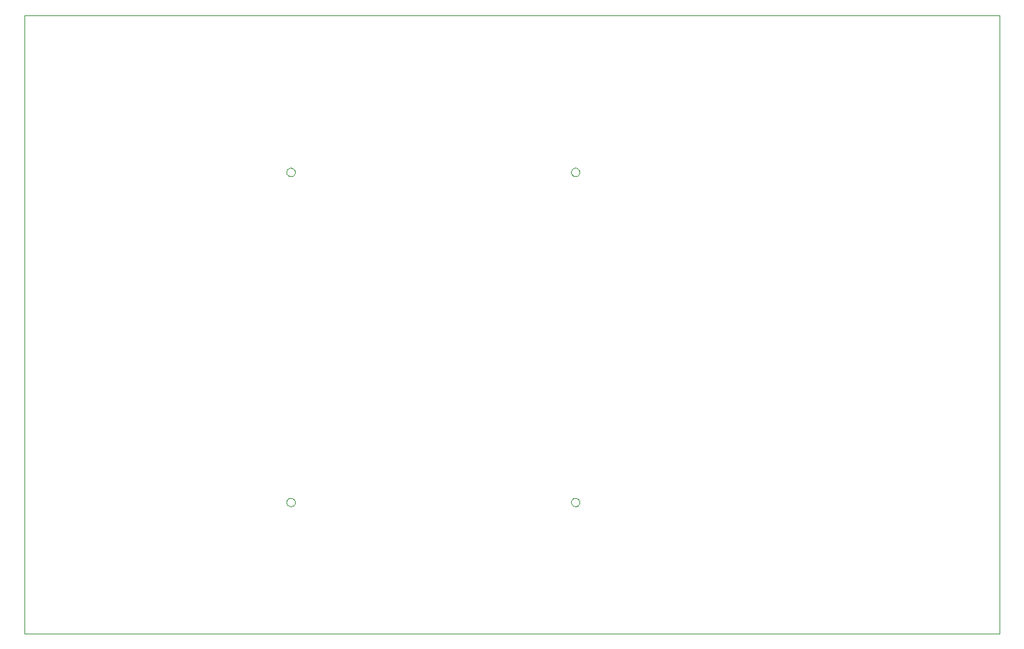
<source format=gko>
G75*
%MOIN*%
%OFA0B0*%
%FSLAX24Y24*%
%IPPOS*%
%LPD*%
%AMOC8*
5,1,8,0,0,1.08239X$1,22.5*
%
%ADD10C,0.0000*%
D10*
X001663Y000100D02*
X001663Y029600D01*
X048163Y029600D01*
X048163Y000100D01*
X001663Y000100D01*
X014164Y006369D02*
X014166Y006397D01*
X014172Y006424D01*
X014181Y006450D01*
X014194Y006475D01*
X014211Y006498D01*
X014230Y006518D01*
X014252Y006535D01*
X014276Y006549D01*
X014302Y006559D01*
X014329Y006566D01*
X014357Y006569D01*
X014385Y006568D01*
X014412Y006563D01*
X014439Y006554D01*
X014464Y006542D01*
X014487Y006527D01*
X014508Y006508D01*
X014526Y006487D01*
X014541Y006463D01*
X014552Y006437D01*
X014560Y006411D01*
X014564Y006383D01*
X014564Y006355D01*
X014560Y006327D01*
X014552Y006301D01*
X014541Y006275D01*
X014526Y006251D01*
X014508Y006230D01*
X014487Y006211D01*
X014464Y006196D01*
X014439Y006184D01*
X014412Y006175D01*
X014385Y006170D01*
X014357Y006169D01*
X014329Y006172D01*
X014302Y006179D01*
X014276Y006189D01*
X014252Y006203D01*
X014230Y006220D01*
X014211Y006240D01*
X014194Y006263D01*
X014181Y006288D01*
X014172Y006314D01*
X014166Y006341D01*
X014164Y006369D01*
X027738Y006369D02*
X027740Y006397D01*
X027746Y006424D01*
X027755Y006450D01*
X027768Y006475D01*
X027785Y006498D01*
X027804Y006518D01*
X027826Y006535D01*
X027850Y006549D01*
X027876Y006559D01*
X027903Y006566D01*
X027931Y006569D01*
X027959Y006568D01*
X027986Y006563D01*
X028013Y006554D01*
X028038Y006542D01*
X028061Y006527D01*
X028082Y006508D01*
X028100Y006487D01*
X028115Y006463D01*
X028126Y006437D01*
X028134Y006411D01*
X028138Y006383D01*
X028138Y006355D01*
X028134Y006327D01*
X028126Y006301D01*
X028115Y006275D01*
X028100Y006251D01*
X028082Y006230D01*
X028061Y006211D01*
X028038Y006196D01*
X028013Y006184D01*
X027986Y006175D01*
X027959Y006170D01*
X027931Y006169D01*
X027903Y006172D01*
X027876Y006179D01*
X027850Y006189D01*
X027826Y006203D01*
X027804Y006220D01*
X027785Y006240D01*
X027768Y006263D01*
X027755Y006288D01*
X027746Y006314D01*
X027740Y006341D01*
X027738Y006369D01*
X027738Y022117D02*
X027740Y022145D01*
X027746Y022172D01*
X027755Y022198D01*
X027768Y022223D01*
X027785Y022246D01*
X027804Y022266D01*
X027826Y022283D01*
X027850Y022297D01*
X027876Y022307D01*
X027903Y022314D01*
X027931Y022317D01*
X027959Y022316D01*
X027986Y022311D01*
X028013Y022302D01*
X028038Y022290D01*
X028061Y022275D01*
X028082Y022256D01*
X028100Y022235D01*
X028115Y022211D01*
X028126Y022185D01*
X028134Y022159D01*
X028138Y022131D01*
X028138Y022103D01*
X028134Y022075D01*
X028126Y022049D01*
X028115Y022023D01*
X028100Y021999D01*
X028082Y021978D01*
X028061Y021959D01*
X028038Y021944D01*
X028013Y021932D01*
X027986Y021923D01*
X027959Y021918D01*
X027931Y021917D01*
X027903Y021920D01*
X027876Y021927D01*
X027850Y021937D01*
X027826Y021951D01*
X027804Y021968D01*
X027785Y021988D01*
X027768Y022011D01*
X027755Y022036D01*
X027746Y022062D01*
X027740Y022089D01*
X027738Y022117D01*
X014164Y022117D02*
X014166Y022145D01*
X014172Y022172D01*
X014181Y022198D01*
X014194Y022223D01*
X014211Y022246D01*
X014230Y022266D01*
X014252Y022283D01*
X014276Y022297D01*
X014302Y022307D01*
X014329Y022314D01*
X014357Y022317D01*
X014385Y022316D01*
X014412Y022311D01*
X014439Y022302D01*
X014464Y022290D01*
X014487Y022275D01*
X014508Y022256D01*
X014526Y022235D01*
X014541Y022211D01*
X014552Y022185D01*
X014560Y022159D01*
X014564Y022131D01*
X014564Y022103D01*
X014560Y022075D01*
X014552Y022049D01*
X014541Y022023D01*
X014526Y021999D01*
X014508Y021978D01*
X014487Y021959D01*
X014464Y021944D01*
X014439Y021932D01*
X014412Y021923D01*
X014385Y021918D01*
X014357Y021917D01*
X014329Y021920D01*
X014302Y021927D01*
X014276Y021937D01*
X014252Y021951D01*
X014230Y021968D01*
X014211Y021988D01*
X014194Y022011D01*
X014181Y022036D01*
X014172Y022062D01*
X014166Y022089D01*
X014164Y022117D01*
M02*

</source>
